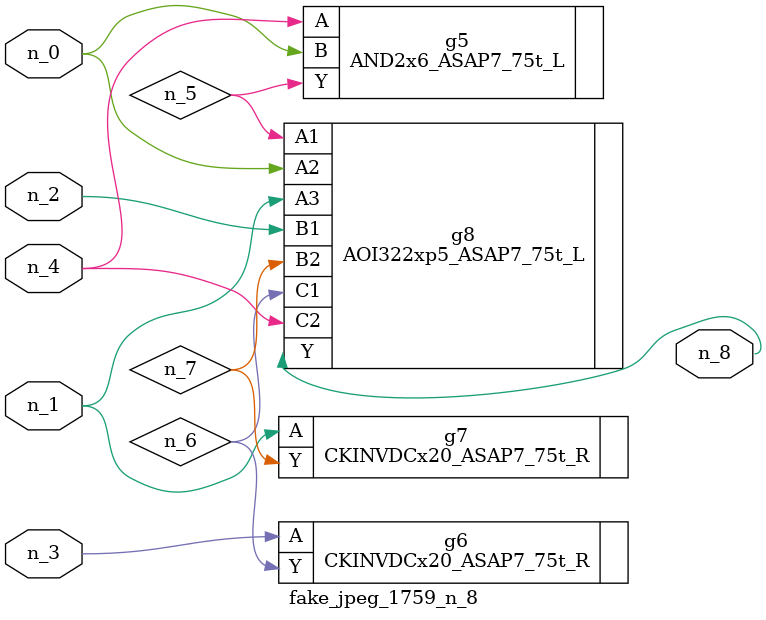
<source format=v>
module fake_jpeg_1759_n_8 (n_3, n_2, n_1, n_0, n_4, n_8);

input n_3;
input n_2;
input n_1;
input n_0;
input n_4;

output n_8;

wire n_6;
wire n_5;
wire n_7;

AND2x6_ASAP7_75t_L g5 ( 
.A(n_4),
.B(n_0),
.Y(n_5)
);

CKINVDCx20_ASAP7_75t_R g6 ( 
.A(n_3),
.Y(n_6)
);

CKINVDCx20_ASAP7_75t_R g7 ( 
.A(n_1),
.Y(n_7)
);

AOI322xp5_ASAP7_75t_L g8 ( 
.A1(n_5),
.A2(n_0),
.A3(n_1),
.B1(n_2),
.B2(n_7),
.C1(n_6),
.C2(n_4),
.Y(n_8)
);


endmodule
</source>
